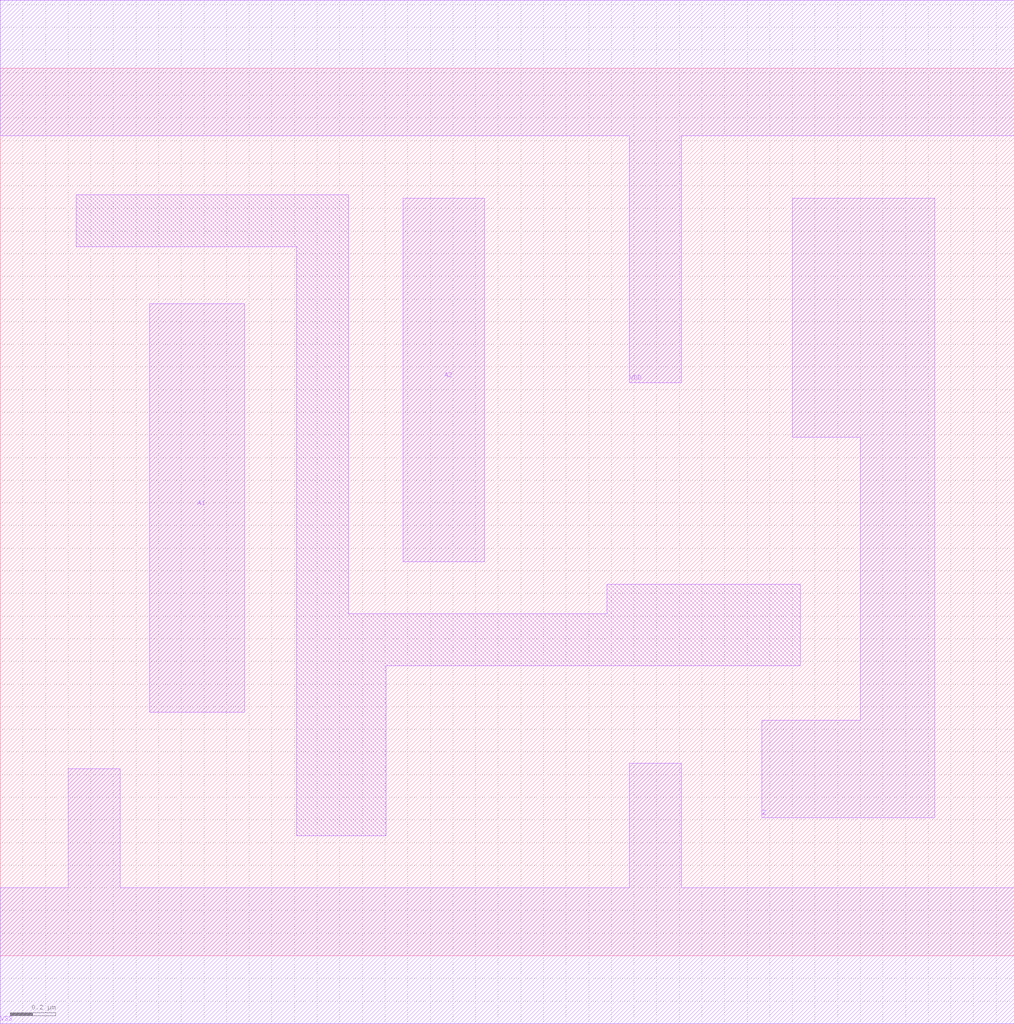
<source format=lef>
# Copyright 2022 GlobalFoundries PDK Authors
#
# Licensed under the Apache License, Version 2.0 (the "License");
# you may not use this file except in compliance with the License.
# You may obtain a copy of the License at
#
#      http://www.apache.org/licenses/LICENSE-2.0
#
# Unless required by applicable law or agreed to in writing, software
# distributed under the License is distributed on an "AS IS" BASIS,
# WITHOUT WARRANTIES OR CONDITIONS OF ANY KIND, either express or implied.
# See the License for the specific language governing permissions and
# limitations under the License.

MACRO gf180mcu_fd_sc_mcu7t5v0__or2_1
  CLASS core ;
  FOREIGN gf180mcu_fd_sc_mcu7t5v0__or2_1 0.0 0.0 ;
  ORIGIN 0 0 ;
  SYMMETRY X Y ;
  SITE GF018hv5v_mcu_sc7 ;
  SIZE 4.48 BY 3.92 ;
  PIN A1
    DIRECTION INPUT ;
    ANTENNAGATEAREA 0.4985 ;
    PORT
      LAYER Metal1 ;
        POLYGON 0.66 1.075 1.08 1.075 1.08 2.88 0.66 2.88  ;
    END
  END A1
  PIN A2
    DIRECTION INPUT ;
    ANTENNAGATEAREA 0.4985 ;
    PORT
      LAYER Metal1 ;
        POLYGON 1.78 1.74 2.14 1.74 2.14 3.345 1.78 3.345  ;
    END
  END A2
  PIN Z
    DIRECTION OUTPUT ;
    ANTENNADIFFAREA 0.8976 ;
    PORT
      LAYER Metal1 ;
        POLYGON 3.5 2.29 3.535 2.29 3.8 2.29 3.8 1.04 3.365 1.04 3.365 0.61 4.13 0.61 4.13 3.345 3.535 3.345 3.5 3.345  ;
    END
  END Z
  PIN VDD
    DIRECTION INOUT ;
    USE power ;
    SHAPE ABUTMENT ;
    PORT
      LAYER Metal1 ;
        POLYGON 0 3.62 2.78 3.62 2.78 2.53 3.01 2.53 3.01 3.62 3.535 3.62 4.48 3.62 4.48 4.22 3.535 4.22 0 4.22  ;
    END
  END VDD
  PIN VSS
    DIRECTION INOUT ;
    USE ground ;
    SHAPE ABUTMENT ;
    PORT
      LAYER Metal1 ;
        POLYGON 0 -0.3 4.48 -0.3 4.48 0.3 3.01 0.3 3.01 0.85 2.78 0.85 2.78 0.3 0.53 0.3 0.53 0.825 0.3 0.825 0.3 0.3 0 0.3  ;
    END
  END VSS
  OBS
      LAYER Metal1 ;
        POLYGON 0.335 3.13 1.31 3.13 1.31 0.53 1.705 0.53 1.705 1.28 3.535 1.28 3.535 1.64 2.68 1.64 2.68 1.51 1.54 1.51 1.54 3.36 0.335 3.36  ;
  END
END gf180mcu_fd_sc_mcu7t5v0__or2_1

</source>
